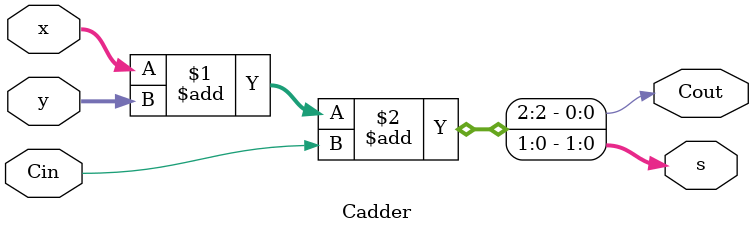
<source format=v>
`timescale 1ns / 1ps


module Cadder(x, y, Cin, s, Cout);

    parameter  n = 1;
    input Cin;
    input [n:0] x, y;
    output [n:0] s;
    output Cout;
    
    assign {Cout, s} = x + y + Cin;

endmodule

</source>
